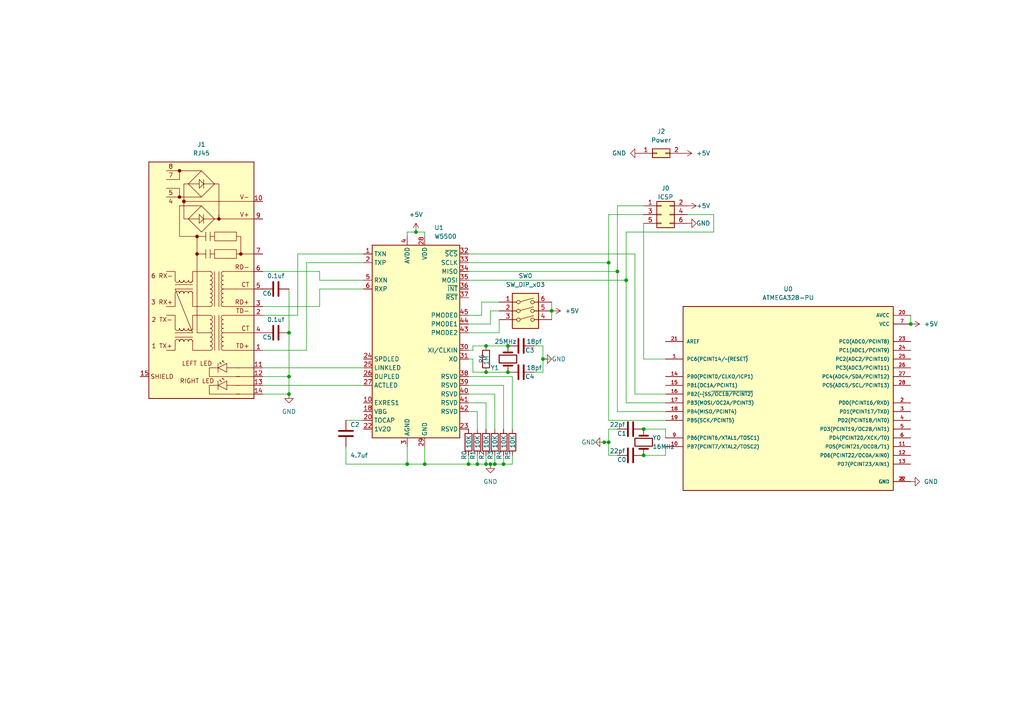
<source format=kicad_sch>
(kicad_sch (version 20211123) (generator eeschema)
  (paper "A4")
  (title_block (title "WiznetDemo") (date "2023-02-04"))
  (lib_symbols
    (symbol "ATMEGA328-PU:ATMEGA328-PU" (pin_names (offset 1.016))
      (property "Reference" "U" (at -30.48 26.289 0))
      (property "Value" "ATMEGA328-PU" (at -30.48 -30.48 0))
      (symbol "ATMEGA328-PU_0_0"
        (rectangle (start -30.48 -27.94) (end 30.48 25.4) (stroke (width 0.254)) (fill (type background)))
        (pin bidirectional line (at -35.56 10.16 0) (length 5.08) (name "PC6(PCINT14/~{RESET~{)}") (number "1"))
        (pin bidirectional line (at -35.56 -15.24 0) (length 5.08) (name "PB7(PCINT7/XTAL2/TOSC2)") (number "10"))
        (pin bidirectional line (at 35.56 -15.24 180) (length 5.08) (name "PD5(PCINT21/OC0B/T1)") (number "11"))
        (pin bidirectional line (at 35.56 -17.78 180) (length 5.08) (name "PD6(PCINT22/OC0A/AIN0)") (number "12"))
        (pin bidirectional line (at 35.56 -20.32 180) (length 5.08) (name "PD7(PCINT23/AIN1)") (number "13"))
        (pin bidirectional line (at -35.56 5.08 0) (length 5.08) (name "PB0(PCINT0/CLKO/ICP1)") (number "14"))
        (pin bidirectional line (at -35.56 2.54 0) (length 5.08) (name "PB1(OC1A/PCINT1)") (number "15"))
        (pin bidirectional line (at -35.56 0 0) (length 5.08) (name "PB2(~{SS~{/OC1B/PCINT2)}") (number "16"))
        (pin bidirectional line (at -35.56 -2.54 0) (length 5.08) (name "PB3(MOSI/OC2A/PCINT3)") (number "17"))
        (pin bidirectional line (at -35.56 -5.08 0) (length 5.08) (name "PB4(MISO/PCINT4)") (number "18"))
        (pin bidirectional line (at -35.56 -7.62 0) (length 5.08) (name "PB5(SCK/PCINT5)") (number "19"))
        (pin bidirectional line (at 35.56 -2.54 180) (length 5.08) (name "PD0(PCINT16/RXD)") (number "2"))
        (pin power_in line (at 35.56 22.86 180) (length 5.08) (name "AVCC") (number "20"))
        (pin input line (at -35.56 15.24 0) (length 5.08) (name "AREF") (number "21"))
        (pin power_in line (at 35.56 -25.4 180) (length 5.08) (name "GND") (number "22"))
        (pin bidirectional line (at 35.56 15.24 180) (length 5.08) (name "PC0(ADC0/PCINT8)") (number "23"))
        (pin bidirectional line (at 35.56 12.7 180) (length 5.08) (name "PC1(ADC1/PCINT9)") (number "24"))
        (pin bidirectional line (at 35.56 10.16 180) (length 5.08) (name "PC2(ADC2/PCINT10)") (number "25"))
        (pin bidirectional line (at 35.56 7.62 180) (length 5.08) (name "PC3(ADC3/PCINT11)") (number "26"))
        (pin bidirectional line (at 35.56 5.08 180) (length 5.08) (name "PC4(ADC4/SDA/PCINT12)") (number "27"))
        (pin bidirectional line (at 35.56 2.54 180) (length 5.08) (name "PC5(ADC5/SCL/PCINT13)") (number "28"))
        (pin bidirectional line (at 35.56 -5.08 180) (length 5.08) (name "PD1(PCINT17/TXD)") (number "3"))
        (pin bidirectional line (at 35.56 -7.62 180) (length 5.08) (name "PD2(PCINT18/INT0)") (number "4"))
        (pin bidirectional line (at 35.56 -10.16 180) (length 5.08) (name "PD3(PCINT19/OC2B/INT1)") (number "5"))
        (pin bidirectional line (at 35.56 -12.7 180) (length 5.08) (name "PD4(PCINT20/XCK/T0)") (number "6"))
        (pin power_in line (at 35.56 20.32 180) (length 5.08) (name "VCC") (number "7"))
        (pin power_in line (at 35.56 -25.4 180) (length 5.08) (name "GND") (number "8"))
        (pin bidirectional line (at -35.56 -12.7 0) (length 5.08) (name "PB6(PCINT6/XTAL1/TOSC1)") (number "9"))
      )
    )
    (symbol "Connector:RJ45_Abracon_ARJP11A-MASA-B-A-EMU2" (pin_names (offset 1.016) hide)
      (property "Reference" "J" (at 0 -38.1 0))
      (property "Value" "RJ45_Abracon_ARJP11A-MASA-B-A-EMU2" (at 0 -35.56 0))
      (symbol "RJ45_Abracon_ARJP11A-MASA-B-A-EMU2_0_0"
        (rectangle (start -15.24 -34.29) (end 15.24 34.29) (stroke (width 0.254)) (fill (type background)))
        (rectangle (start -3.81 8.89) (end -10.16 6.35))
        (polyline (pts (xy -15.24 -33.02) (xy -10.16 -33.02)))
        (polyline (pts (xy -15.24 -30.48) (xy -10.16 -30.48)))
        (polyline (pts (xy -15.24 -27.94) (xy -10.16 -27.94)))
        (polyline (pts (xy -15.24 -25.4) (xy -10.16 -25.4)))
        (polyline (pts (xy -15.24 -20.32) (xy -10.16 -20.32)))
        (polyline (pts (xy -15.24 -15.24) (xy -10.16 -15.24)))
        (polyline (pts (xy -15.24 -10.16) (xy -10.16 -10.16)))
        (polyline (pts (xy -15.24 -7.62) (xy -10.16 -7.62)))
        (polyline (pts (xy -15.24 -2.54) (xy -10.16 -2.54)))
        (polyline (pts (xy -15.24 2.54) (xy -10.16 2.54)))
        (polyline (pts (xy -15.24 22.86) (xy 5.08 22.86)))
        (polyline (pts (xy -11.43 7.62) (xy -15.24 7.62)))
        (polyline (pts (xy -11.176 -25.4) (xy -7.366 -25.4)))
        (polyline (pts (xy -10.16 7.62) (xy -11.43 7.62)))
        (polyline (pts (xy -5.08 17.78) (xy -15.24 17.78)))
        (polyline (pts (xy -5.08 17.78) (xy -3.81 17.78)))
        (polyline (pts (xy -5.08 19.05) (xy -5.08 17.78)))
        (polyline (pts (xy -3.81 7.62) (xy -2.54 7.62)))
        (polyline (pts (xy -3.81 12.7) (xy -2.54 12.7)))
        (polyline (pts (xy -2.54 8.89) (xy -2.54 6.35)))
        (polyline (pts (xy -1.27 8.89) (xy -1.27 6.35)))
        (polyline (pts (xy -1.27 13.97) (xy -1.27 11.43)))
        (polyline (pts (xy 0 21.59) (xy 6.35 21.59)))
        (polyline (pts (xy 0 24.13) (xy 10.16 24.13)))
        (polyline (pts (xy 0 31.75) (xy 10.16 31.75)))
        (polyline (pts (xy 1.27 10.16) (xy 1.27 12.7)))
        (polyline (pts (xy -10.16 12.7) (xy -11.43 12.7) (xy -11.43 7.62)))
        (polyline (pts (xy -3.81 27.94) (xy -5.08 27.94) (xy -5.08 17.78)))
        (polyline (pts (xy -1.27 12.7) (xy 0 12.7) (xy 1.27 12.7)))
        (polyline (pts (xy 1.27 12.7) (xy 6.35 12.7) (xy 6.35 21.59)))
        (polyline (pts (xy 6.35 24.13) (xy 6.35 26.67) (xy 10.16 26.67)))
        (polyline (pts (xy 6.35 31.75) (xy 6.35 29.21) (xy 10.16 29.21)))
        (polyline (pts (xy -4.826 -25.4) (xy -2.286 -25.4) (xy -2.286 -27.94) (xy -11.176 -27.94)))
        (polyline (pts (xy -2.54 -15.24) (xy -1.27 -15.24) (xy 1.27 -15.24) (xy 1.27 10.16)))
        (polyline (pts (xy 3.81 17.78) (xy 5.08 17.78) (xy 5.08 27.94) (xy 3.81 27.94)))
        (polyline (pts (xy -3.81 17.78) (xy 0 13.97) (xy 3.81 17.78) (xy 0 21.59) (xy -3.81 17.78)))
        (circle (center 1.27 7.62) (radius 0.0001) (stroke (width 0.508)))
        (text "1 TX+" (at 11.43 -19.05 0) (effects (font (size 1.27 1.27))))
        (text "2 TX-" (at 11.43 -11.43 0) (effects (font (size 1.27 1.27))))
        (text "3 RX+" (at 11.43 -6.35 0) (effects (font (size 1.27 1.27))))
        (text "4" (at 8.89 22.86 0) (effects (font (size 1.27 1.27))))
        (text "5" (at 8.89 25.4 0) (effects (font (size 1.27 1.27))))
        (text "6 RX-" (at 11.43 1.27 0) (effects (font (size 1.27 1.27))))
        (text "7" (at 8.89 30.48 0) (effects (font (size 1.27 1.27))))
        (text "8" (at 8.89 33.02 0) (effects (font (size 1.27 1.27))))
        (text "CT" (at -13.97 -1.27 0) (effects (font (size 1.27 1.27)) (justify left)))
        (text "LEFT LED" (at 1.27 -24.13 0) (effects (font (size 1.27 1.27))))
        (text "RD-" (at -13.97 3.81 0) (effects (font (size 1.27 1.27)) (justify left)))
        (text "SHIELD" (at 11.43 -27.94 0) (effects (font (size 1.27 1.27))))
        (text "V+" (at -13.97 19.05 0) (effects (font (size 1.27 1.27)) (justify left)))
        (text "V-" (at -13.97 24.13 0) (effects (font (size 1.27 1.27)) (justify left)))
      )
      (symbol "RJ45_Abracon_ARJP11A-MASA-B-A-EMU2_0_1"
        (arc (start -6.35 -16.51) (mid -5.715 -15.875) (end -6.35 -15.24))
        (arc (start -6.35 -15.24) (mid -5.715 -14.605) (end -6.35 -13.97))
        (arc (start -6.35 -13.97) (mid -6.35 -16.51) (end -6.35 -13.97))
        (arc (start -6.35 -11.43) (mid -5.715 -10.795) (end -6.35 -10.16))
        (polyline (pts (xy -6.35 -20.32) (xy -10.16 -20.32)))
        (polyline (pts (xy -6.35 -15.24) (xy -10.16 -15.24)))
        (polyline (pts (xy -6.35 -10.16) (xy -10.16 -10.16)))
        (polyline (pts (xy -6.35 -7.62) (xy -10.16 -7.62)))
        (polyline (pts (xy -6.35 -2.54) (xy -10.16 -2.54)))
        (polyline (pts (xy -6.35 2.54) (xy -10.16 2.54)))
        (polyline (pts (xy -6.096 -28.448) (xy -6.35 -28.448)))
        (polyline (pts (xy -5.334 -28.956) (xy -5.588 -28.956)))
        (polyline (pts (xy -4.826 -24.13) (xy -4.826 -26.67)))
        (polyline (pts (xy -1.27 7.62) (xy 1.27 7.62)))
        (polyline (pts (xy -0.635 17.78) (xy -3.81 17.78)))
        (polyline (pts (xy -0.635 19.05) (xy -0.635 16.51)))
        (polyline (pts (xy 0.635 17.78) (xy 3.81 17.78)))
        (polyline (pts (xy -6.604 -28.956) (xy -6.096 -28.448) (xy -6.096 -28.702)))
        (polyline (pts (xy -5.842 -29.464) (xy -5.334 -28.956) (xy -5.334 -29.21)))
        (polyline (pts (xy -7.366 -24.13) (xy -7.366 -26.67) (xy -4.826 -25.4) (xy -7.366 -24.13)))
        (polyline (pts (xy 0.635 19.05) (xy 0.635 16.51) (xy -0.635 17.78) (xy 0.635 19.05)))
      )
      (symbol "RJ45_Abracon_ARJP11A-MASA-B-A-EMU2_1_1"
        (circle (center -11.43 7.62) (radius 0.0001) (stroke (width 0.508)))
        (arc (start -6.35 -20.32) (mid -5.715 -19.685) (end -6.35 -19.05))
        (arc (start -6.35 -19.05) (mid -5.715 -18.415) (end -6.35 -17.78))
        (arc (start -6.35 -17.78) (mid -6.35 -20.32) (end -6.35 -17.78))
        (arc (start -6.35 -17.78) (mid -5.715 -17.145) (end -6.35 -16.51))
        (arc (start -6.35 -13.97) (mid -5.715 -13.335) (end -6.35 -12.7))
        (arc (start -6.35 -12.7) (mid -5.715 -12.065) (end -6.35 -11.43))
        (arc (start -6.35 -7.62) (mid -5.715 -6.985) (end -6.35 -6.35))
        (arc (start -6.35 -6.35) (mid -5.715 -5.715) (end -6.35 -5.08))
        (arc (start -6.35 -5.08) (mid -6.35 -7.62) (end -6.35 -5.08))
        (arc (start -6.35 -5.08) (mid -5.715 -4.445) (end -6.35 -3.81))
        (arc (start -6.35 -3.81) (mid -6.35 -6.35) (end -6.35 -3.81))
        (arc (start -6.35 -3.81) (mid -5.715 -3.175) (end -6.35 -2.54))
        (arc (start -6.35 -2.54) (mid -5.715 -1.905) (end -6.35 -1.27))
        (arc (start -6.35 -1.27) (mid -5.715 -0.635) (end -6.35 0))
        (arc (start -6.35 0) (mid -5.715 0.635) (end -6.35 1.27))
        (arc (start -6.35 1.27) (mid -6.35 -1.27) (end -6.35 1.27))
        (arc (start -6.35 1.27) (mid -5.715 1.905) (end -6.35 2.54))
        (circle (center -5.08 17.78) (radius 0.0001) (stroke (width 0.508)))
        (rectangle (start -3.81 13.97) (end -10.16 11.43))
        (arc (start -2.54 -19.05) (mid -3.175 -19.685) (end -2.54 -20.32))
        (arc (start -2.54 -19.05) (mid -2.54 -16.51) (end -2.54 -19.05))
        (arc (start -2.54 -17.78) (mid -3.175 -18.415) (end -2.54 -19.05))
        (arc (start -2.54 -16.51) (mid -3.175 -17.145) (end -2.54 -17.78))
        (arc (start -2.54 -15.24) (mid -3.175 -15.875) (end -2.54 -16.51))
        (arc (start -2.54 -15.24) (mid -2.54 -12.7) (end -2.54 -15.24))
        (arc (start -2.54 -13.97) (mid -3.175 -14.605) (end -2.54 -15.24))
        (arc (start -2.54 -12.7) (mid -3.175 -13.335) (end -2.54 -13.97))
        (arc (start -2.54 -11.43) (mid -3.175 -12.065) (end -2.54 -12.7))
        (arc (start -2.54 -10.16) (mid -3.175 -10.795) (end -2.54 -11.43))
        (arc (start -2.54 -6.35) (mid -3.175 -6.985) (end -2.54 -7.62))
        (arc (start -2.54 -6.35) (mid -2.54 -3.81) (end -2.54 -6.35))
        (arc (start -2.54 -5.08) (mid -3.175 -5.715) (end -2.54 -6.35))
        (arc (start -2.54 -3.81) (mid -3.175 -4.445) (end -2.54 -5.08))
        (arc (start -2.54 -3.81) (mid -2.54 -1.27) (end -2.54 -3.81))
        (arc (start -2.54 -2.54) (mid -3.175 -3.175) (end -2.54 -3.81))
        (arc (start -2.54 -1.27) (mid -3.175 -1.905) (end -2.54 -2.54))
        (arc (start -2.54 0) (mid -3.175 -0.635) (end -2.54 -1.27))
        (arc (start -2.54 0) (mid -2.54 2.54) (end -2.54 0))
        (arc (start -2.54 1.27) (mid -3.175 0.635) (end -2.54 0))
        (arc (start -2.54 2.54) (mid -3.175 1.905) (end -2.54 1.27))
        (polyline (pts (xy -11.176 -30.48) (xy -7.366 -30.48)))
        (polyline (pts (xy -6.096 -23.368) (xy -6.35 -23.368)))
        (polyline (pts (xy -5.334 -23.876) (xy -5.588 -23.876)))
        (polyline (pts (xy -5.08 -10.16) (xy -5.08 -20.32)))
        (polyline (pts (xy -5.08 2.54) (xy -5.08 -7.62)))
        (polyline (pts (xy -4.826 -29.21) (xy -4.826 -31.75)))
        (polyline (pts (xy -3.81 -20.32) (xy -3.81 -10.16)))
        (polyline (pts (xy -3.81 -7.62) (xy -3.81 2.54)))
        (polyline (pts (xy -2.54 13.97) (xy -2.54 11.43)))
        (polyline (pts (xy -0.635 27.94) (xy -3.81 27.94)))
        (polyline (pts (xy -0.635 29.21) (xy -0.635 26.67)))
        (polyline (pts (xy 0.635 27.94) (xy 3.81 27.94)))
        (polyline (pts (xy 2.54 -16.51) (xy 7.62 -16.51)))
        (polyline (pts (xy 2.54 -15.24) (xy 7.62 -2.54)))
        (polyline (pts (xy 2.54 -2.54) (xy 7.62 -2.54)))
        (polyline (pts (xy 7.62 -15.24) (xy 2.54 -15.24)))
        (polyline (pts (xy 7.62 -1.27) (xy 2.54 -1.27)))
        (polyline (pts (xy -6.604 -23.876) (xy -6.096 -23.368) (xy -6.096 -23.622)))
        (polyline (pts (xy -5.842 -24.384) (xy -5.334 -23.876) (xy -5.334 -24.13)))
        (polyline (pts (xy -2.54 -10.16) (xy 2.54 -10.16) (xy 2.54 -13.97)))
        (polyline (pts (xy -2.54 -7.62) (xy 2.54 -7.62) (xy 2.54 -3.81)))
        (polyline (pts (xy -2.54 2.54) (xy 2.54 2.54) (xy 2.54 0)))
        (polyline (pts (xy 2.54 -17.78) (xy 2.54 -20.32) (xy -2.54 -20.32)))
        (polyline (pts (xy 7.62 -17.78) (xy 7.62 -20.32) (xy 10.16 -20.32)))
        (polyline (pts (xy 7.62 -13.97) (xy 7.62 -10.16) (xy 10.16 -10.16)))
        (polyline (pts (xy 7.62 -3.81) (xy 7.62 -7.62) (xy 10.16 -7.62)))
        (polyline (pts (xy 7.62 0) (xy 7.62 2.54) (xy 10.16 2.54)))
        (polyline (pts (xy -7.366 -29.21) (xy -7.366 -31.75) (xy -4.826 -30.48) (xy -7.366 -29.21)))
        (polyline (pts (xy -4.826 -30.48) (xy -2.286 -30.48) (xy -2.286 -33.02) (xy -11.176 -33.02)))
        (polyline (pts (xy 0.635 29.21) (xy 0.635 26.67) (xy -0.635 27.94) (xy 0.635 29.21)))
        (polyline (pts (xy -3.81 27.94) (xy 0 24.13) (xy 3.81 27.94) (xy 0 31.75) (xy -3.81 27.94)))
        (circle (center 1.27 12.7) (radius 0.0001) (stroke (width 0.508)))
        (arc (start 2.54 -17.78) (mid 5.08 -17.78) (end 2.54 -17.78))
        (arc (start 2.54 -13.97) (mid 3.175 -14.605) (end 3.81 -13.97))
        (arc (start 2.54 -13.97) (mid 3.175 -14.605) (end 3.81 -13.97))
        (arc (start 2.54 -3.81) (mid 5.08 -3.81) (end 2.54 -3.81))
        (arc (start 2.54 0) (mid 3.175 -0.635) (end 3.81 0))
        (arc (start 2.54 0) (mid 3.175 -0.635) (end 3.81 0))
        (arc (start 3.81 -17.78) (mid 3.175 -17.145) (end 2.54 -17.78))
        (arc (start 3.81 -17.78) (mid 3.175 -17.145) (end 2.54 -17.78))
        (arc (start 3.81 -13.97) (mid 1.27 -13.97) (end 3.81 -13.97))
        (arc (start 3.81 -13.97) (mid 4.445 -14.605) (end 5.08 -13.97))
        (arc (start 3.81 -3.81) (mid 3.175 -3.175) (end 2.54 -3.81))
        (arc (start 3.81 -3.81) (mid 3.175 -3.175) (end 2.54 -3.81))
        (arc (start 3.81 0) (mid 1.27 0) (end 3.81 0))
        (arc (start 3.81 0) (mid 4.445 -0.635) (end 5.08 0))
        (arc (start 5.08 -17.78) (mid 4.445 -17.145) (end 3.81 -17.78))
        (arc (start 5.08 -17.78) (mid 7.62 -17.78) (end 5.08 -17.78))
        (arc (start 5.08 -13.97) (mid 5.715 -14.605) (end 6.35 -13.97))
        (arc (start 5.08 -13.97) (mid 5.715 -14.605) (end 6.35 -13.97))
        (arc (start 5.08 -3.81) (mid 4.445 -3.175) (end 3.81 -3.81))
        (arc (start 5.08 -3.81) (mid 7.62 -3.81) (end 5.08 -3.81))
        (arc (start 5.08 0) (mid 5.715 -0.635) (end 6.35 0))
        (arc (start 5.08 0) (mid 5.715 -0.635) (end 6.35 0))
        (circle (center 5.08 22.86) (radius 0.0001) (stroke (width 0.508)))
        (circle (center 5.08 22.86) (radius 0.0001) (stroke (width 0.508)))
        (arc (start 6.35 -17.78) (mid 5.715 -17.145) (end 5.08 -17.78))
        (arc (start 6.35 -17.78) (mid 5.715 -17.145) (end 5.08 -17.78))
        (arc (start 6.35 -13.97) (mid 3.81 -13.97) (end 6.35 -13.97))
        (arc (start 6.35 -13.97) (mid 6.985 -14.605) (end 7.62 -13.97))
        (arc (start 6.35 -3.81) (mid 5.715 -3.175) (end 5.08 -3.81))
        (arc (start 6.35 -3.81) (mid 5.715 -3.175) (end 5.08 -3.81))
        (arc (start 6.35 0) (mid 3.81 0) (end 6.35 0))
        (arc (start 6.35 0) (mid 6.985 -0.635) (end 7.62 0))
        (circle (center 6.35 24.13) (radius 0.0001) (stroke (width 0.508)))
        (circle (center 6.35 31.75) (radius 0.0001) (stroke (width 0.508)))
        (arc (start 7.62 -17.78) (mid 6.985 -17.145) (end 6.35 -17.78))
        (arc (start 7.62 -3.81) (mid 6.985 -3.175) (end 6.35 -3.81))
        (text "CT" (at -13.97 -13.97 0) (effects (font (size 1.27 1.27)) (justify left)))
        (text "RD+" (at -13.97 -6.35 0) (effects (font (size 1.27 1.27)) (justify left)))
        (text "RIGHT LED" (at 1.27 -29.21 0) (effects (font (size 1.27 1.27))))
        (text "TD+" (at -13.97 -19.05 0) (effects (font (size 1.27 1.27)) (justify left)))
        (text "TD-" (at -13.97 -8.89 0) (effects (font (size 1.27 1.27)) (justify left)))
        (pin passive line (at -17.78 -20.32 0) (length 2.54) (name "TD+") (number "1"))
        (pin power_out line (at -17.78 22.86 0) (length 2.54) (name "V-") (number "10"))
        (pin passive line (at -17.78 -25.4 0) (length 2.54) (name "LLED+") (number "11"))
        (pin passive line (at -17.78 -27.94 0) (length 2.54) (name "LLED-") (number "12"))
        (pin passive line (at -17.78 -30.48 0) (length 2.54) (name "RLED+") (number "13"))
        (pin passive line (at -17.78 -33.02 0) (length 2.54) (name "RLED-") (number "14"))
        (pin passive line (at 17.78 -27.94 180) (length 2.54) (name "SHIELD") (number "15"))
        (pin passive line (at -17.78 -10.16 0) (length 2.54) (name "TD-") (number "2"))
        (pin passive line (at -17.78 -7.62 0) (length 2.54) (name "RD+") (number "3"))
        (pin passive line (at -17.78 -15.24 0) (length 2.54) (name "CT") (number "4"))
        (pin passive line (at -17.78 -2.54 0) (length 2.54) (name "CT") (number "5"))
        (pin passive line (at -17.78 2.54 0) (length 2.54) (name "RD-") (number "6"))
        (pin passive line (at -17.78 7.62 0) (length 2.54) (name "7") (number "7"))
        (pin power_out line (at -17.78 17.78 0) (length 2.54) (name "V+") (number "9"))
      )
    )
    (symbol "Connector_Generic:Conn_02x01" (pin_names (offset 1.016) hide)
      (property "Reference" "J" (at 1.27 2.54 0))
      (property "Value" "Conn_02x01" (at 1.27 -2.54 0))
      (symbol "Conn_02x01_1_1"
        (rectangle (start -1.27 0.127) (end 0 -0.127) (stroke (width 0.1524)))
        (rectangle (start -1.27 1.27) (end 3.81 -1.27) (stroke (width 0.254)) (fill (type background)))
        (rectangle (start 3.81 0.127) (end 2.54 -0.127) (stroke (width 0.1524)))
        (pin passive line (at -5.08 0 0) (length 3.81) (name "Pin_1") (number "1"))
        (pin passive line (at 7.62 0 180) (length 3.81) (name "Pin_2") (number "2"))
      )
    )
    (symbol "Connector_Generic:Conn_02x03_Odd_Even" (pin_names (offset 1.016) hide)
      (property "Reference" "J" (at 1.27 5.08 0))
      (property "Value" "Conn_02x03_Odd_Even" (at 1.27 -5.08 0))
      (symbol "Conn_02x03_Odd_Even_1_1"
        (rectangle (start -1.27 -2.413) (end 0 -2.667) (stroke (width 0.1524)))
        (rectangle (start -1.27 0.127) (end 0 -0.127) (stroke (width 0.1524)))
        (rectangle (start -1.27 2.667) (end 0 2.413) (stroke (width 0.1524)))
        (rectangle (start -1.27 3.81) (end 3.81 -3.81) (stroke (width 0.254)) (fill (type background)))
        (rectangle (start 3.81 -2.413) (end 2.54 -2.667) (stroke (width 0.1524)))
        (rectangle (start 3.81 0.127) (end 2.54 -0.127) (stroke (width 0.1524)))
        (rectangle (start 3.81 2.667) (end 2.54 2.413) (stroke (width 0.1524)))
        (pin passive line (at -5.08 2.54 0) (length 3.81) (name "Pin_1") (number "1"))
        (pin passive line (at 7.62 2.54 180) (length 3.81) (name "Pin_2") (number "2"))
        (pin passive line (at -5.08 0 0) (length 3.81) (name "Pin_3") (number "3"))
        (pin passive line (at 7.62 0 180) (length 3.81) (name "Pin_4") (number "4"))
        (pin passive line (at -5.08 -2.54 0) (length 3.81) (name "Pin_5") (number "5"))
        (pin passive line (at 7.62 -2.54 180) (length 3.81) (name "Pin_6") (number "6"))
      )
    )
    (symbol "Device:C" (pin_numbers hide) (pin_names (offset 0.254))
      (property "Reference" "C" (at 0.635 2.54 0))
      (property "Value" "C" (at 0.635 -2.54 0))
      (symbol "C_0_1"
        (polyline (pts (xy -2.032 -0.762) (xy 2.032 -0.762)) (stroke (width 0.508)))
        (polyline (pts (xy -2.032 0.762) (xy 2.032 0.762)) (stroke (width 0.508)))
      )
      (symbol "C_1_1"
        (pin passive line (at 0 3.81 270) (length 2.794) (name "~") (number "1"))
        (pin passive line (at 0 -3.81 90) (length 2.794) (name "~") (number "2"))
      )
    )
    (symbol "Device:Crystal" (pin_numbers hide) (pin_names (offset 1.016) hide)
      (property "Reference" "Y" (at 0 3.81 0))
      (property "Value" "Crystal" (at 0 -3.81 0))
      (symbol "Crystal_0_1"
        (rectangle (start -1.143 2.54) (end 1.143 -2.54) (stroke (width 0.3048)))
        (polyline (pts (xy -2.54 0) (xy -1.905 0)))
        (polyline (pts (xy -1.905 -1.27) (xy -1.905 1.27)) (stroke (width 0.508)))
        (polyline (pts (xy 1.905 -1.27) (xy 1.905 1.27)) (stroke (width 0.508)))
        (polyline (pts (xy 2.54 0) (xy 1.905 0)))
      )
      (symbol "Crystal_1_1"
        (pin passive line (at -3.81 0 0) (length 1.27) (name "1") (number "1"))
        (pin passive line (at 3.81 0 180) (length 1.27) (name "2") (number "2"))
      )
    )
    (symbol "Device:R" (pin_numbers hide) (pin_names (offset 0))
      (property "Reference" "R" (at 2.032 0 90))
      (property "Value" "R" (at 0 0 90))
      (symbol "R_0_1"
        (rectangle (start -1.016 -2.54) (end 1.016 2.54) (stroke (width 0.254)))
      )
      (symbol "R_1_1"
        (pin passive line (at 0 3.81 270) (length 1.27) (name "~") (number "1"))
        (pin passive line (at 0 -3.81 90) (length 1.27) (name "~") (number "2"))
      )
    )
    (symbol "Interface_Ethernet:W5500"
      (property "Reference" "U" (at -11.43 29.21 0))
      (property "Value" "W5500" (at 8.89 29.21 0))
      (symbol "W5500_0_1"
        (rectangle (start -12.7 27.94) (end 12.7 -27.94) (stroke (width 0.254)) (fill (type background)))
      )
      (symbol "W5500_1_1"
        (pin output line (at 15.24 25.4 180) (length 2.54) (name "TXN") (number "1"))
        (pin passive line (at 15.24 -17.78 180) (length 2.54) (name "EXRES1") (number "10"))
        (pin passive line (at 2.54 30.48 270) (length 2.54) hide (name "AVDD") (number "11"))
        (pin no_connect line (at 12.7 7.62 180) (length 2.54) hide (name "NC") (number "12"))
        (pin no_connect line (at 12.7 5.08 180) (length 2.54) hide (name "NC") (number "13"))
        (pin passive line (at 2.54 -30.48 90) (length 2.54) hide (name "AGND") (number "14"))
        (pin passive line (at 2.54 30.48 270) (length 2.54) hide (name "AVDD") (number "15"))
        (pin passive line (at 2.54 -30.48 90) (length 2.54) hide (name "AGND") (number "16"))
        (pin passive line (at 2.54 30.48 270) (length 2.54) hide (name "AVDD") (number "17"))
        (pin passive line (at 15.24 -20.32 180) (length 2.54) (name "VBG") (number "18"))
        (pin passive line (at 2.54 -30.48 90) (length 2.54) hide (name "AGND") (number "19"))
        (pin output line (at 15.24 22.86 180) (length 2.54) (name "TXP") (number "2"))
        (pin passive line (at 15.24 -22.86 180) (length 2.54) (name "TOCAP") (number "20"))
        (pin passive line (at 2.54 30.48 270) (length 2.54) hide (name "AVDD") (number "21"))
        (pin output line (at 15.24 -25.4 180) (length 2.54) (name "1V2O") (number "22"))
        (pin input line (at -15.24 -25.4 0) (length 2.54) (name "RSVD") (number "23"))
        (pin output line (at 15.24 -5.08 180) (length 2.54) (name "SPDLED") (number "24"))
        (pin output line (at 15.24 -7.62 180) (length 2.54) (name "LINKLED") (number "25"))
        (pin output line (at 15.24 -10.16 180) (length 2.54) (name "DUPLED") (number "26"))
        (pin output line (at 15.24 -12.7 180) (length 2.54) (name "ACTLED") (number "27"))
        (pin power_in line (at -2.54 30.48 270) (length 2.54) (name "VDD") (number "28"))
        (pin power_in line (at -2.54 -30.48 90) (length 2.54) (name "GND") (number "29"))
        (pin power_in line (at 2.54 -30.48 90) (length 2.54) (name "AGND") (number "3"))
        (pin input line (at -15.24 -2.54 0) (length 2.54) (name "XI/CLKIN") (number "30"))
        (pin output line (at -15.24 -5.08 0) (length 2.54) (name "XO") (number "31"))
        (pin input line (at -15.24 25.4 0) (length 2.54) (name "~{SCS}") (number "32"))
        (pin input line (at -15.24 22.86 0) (length 2.54) (name "SCLK") (number "33"))
        (pin output line (at -15.24 20.32 0) (length 2.54) (name "MISO") (number "34"))
        (pin input line (at -15.24 17.78 0) (length 2.54) (name "MOSI") (number "35"))
        (pin input line (at -15.24 15.24 0) (length 2.54) (name "~{INT}") (number "36"))
        (pin input line (at -15.24 12.7 0) (length 2.54) (name "~{RST}") (number "37"))
        (pin input line (at -15.24 -10.16 0) (length 2.54) (name "RSVD") (number "38"))
        (pin input line (at -15.24 -12.7 0) (length 2.54) (name "RSVD") (number "39"))
        (pin power_in line (at 2.54 30.48 270) (length 2.54) (name "AVDD") (number "4"))
        (pin input line (at -15.24 -15.24 0) (length 2.54) (name "RSVD") (number "40"))
        (pin input line (at -15.24 -17.78 0) (length 2.54) (name "RSVD") (number "41"))
        (pin input line (at -15.24 -20.32 0) (length 2.54) (name "RSVD") (number "42"))
        (pin input line (at -15.24 2.54 0) (length 2.54) (name "PMODE2") (number "43"))
        (pin input line (at -15.24 5.08 0) (length 2.54) (name "PMODE1") (number "44"))
        (pin input line (at -15.24 7.62 0) (length 2.54) (name "PMODE0") (number "45"))
        (pin no_connect line (at 12.7 2.54 180) (length 2.54) hide (name "NC") (number "46"))
        (pin no_connect line (at 12.7 0 180) (length 2.54) hide (name "NC") (number "47"))
        (pin passive line (at 2.54 -30.48 90) (length 2.54) hide (name "AGND") (number "48"))
        (pin input line (at 15.24 17.78 180) (length 2.54) (name "RXN") (number "5"))
        (pin input line (at 15.24 15.24 180) (length 2.54) (name "RXP") (number "6"))
        (pin no_connect line (at 12.7 10.16 180) (length 2.54) hide (name "DNC") (number "7"))
        (pin passive line (at 2.54 30.48 270) (length 2.54) hide (name "AVDD") (number "8"))
        (pin passive line (at 2.54 -30.48 90) (length 2.54) hide (name "AGND") (number "9"))
      )
    )
    (symbol "Switch:SW_DIP_x03" (pin_names (offset 0) hide)
      (property "Reference" "SW" (at 0 8.89 0))
      (property "Value" "SW_DIP_x03" (at 0 -3.81 0))
      (symbol "SW_DIP_x03_0_0"
        (circle (center -2.032 0) (radius 0.508))
        (circle (center -2.032 2.54) (radius 0.508))
        (circle (center -2.032 5.08) (radius 0.508))
        (polyline (pts (xy -1.524 0.127) (xy 2.3622 1.1684)))
        (polyline (pts (xy -1.524 2.667) (xy 2.3622 3.7084)))
        (polyline (pts (xy -1.524 5.207) (xy 2.3622 6.2484)))
        (circle (center 2.032 0) (radius 0.508))
        (circle (center 2.032 2.54) (radius 0.508))
        (circle (center 2.032 5.08) (radius 0.508))
      )
      (symbol "SW_DIP_x03_0_1"
        (rectangle (start -3.81 7.62) (end 3.81 -2.54) (stroke (width 0.254)) (fill (type background)))
      )
      (symbol "SW_DIP_x03_1_1"
        (pin passive line (at -7.62 5.08 0) (length 5.08) (name "~") (number "1"))
        (pin passive line (at -7.62 2.54 0) (length 5.08) (name "~") (number "2"))
        (pin passive line (at -7.62 0 0) (length 5.08) (name "~") (number "3"))
        (pin passive line (at 7.62 0 180) (length 5.08) (name "~") (number "4"))
        (pin passive line (at 7.62 2.54 180) (length 5.08) (name "~") (number "5"))
        (pin passive line (at 7.62 5.08 180) (length 5.08) (name "~") (number "6"))
      )
    )
    (symbol "power:+5V" (power) (pin_names (offset 0))
      (property "Value" "+5V" (at 0 3.556 0))
      (symbol "+5V_0_1"
        (polyline (pts (xy -0.762 1.27) (xy 0 2.54)))
        (polyline (pts (xy 0 0) (xy 0 2.54)))
        (polyline (pts (xy 0 2.54) (xy 0.762 1.27)))
      )
      (symbol "+5V_1_1"
        (pin power_in line (at 0 0 90) (length 0) hide (name "+5V") (number "1"))
      )
    )
    (symbol "power:GND" (power) (pin_names (offset 0))
      (property "Value" "GND" (at 0 -3.81 0))
      (symbol "GND_0_1"
        (polyline (pts (xy 0 0) (xy 0 -1.27) (xy 1.27 -1.27) (xy 0 -2.54) (xy -1.27 -1.27) (xy 0 -1.27)))
      )
      (symbol "GND_1_1"
        (pin power_in line (at 0 0 270) (length 0) hide (name "GND") (number "1"))
      )
    )
  )
  (junction (at 175.26 128.27))
  (junction (at 83.82 114.3))
  (junction (at 264.16 93.98))
  (junction (at 146.05 134.62))
  (junction (at 176.53 76.2))
  (junction (at 143.51 134.62))
  (junction (at 83.82 109.22))
  (junction (at 179.07 78.74))
  (junction (at 181.61 81.28))
  (junction (at 160.02 90.17))
  (junction (at 186.69 132.08))
  (junction (at 142.24 134.62))
  (junction (at 135.89 134.62))
  (junction (at 140.97 134.62))
  (junction (at 157.48 104.14))
  (junction (at 120.65 67.31))
  (junction (at 147.32 107.95))
  (junction (at 138.43 134.62))
  (junction (at 83.82 96.52))
  (junction (at 140.97 107.95))
  (junction (at 147.32 100.33))
  (junction (at 186.69 124.46))
  (junction (at 118.11 134.62))
  (junction (at 176.53 128.27))
  (junction (at 140.97 100.33))
  (junction (at 123.19 134.62))
  (wire (pts (xy 146.05 132.08) (xy 146.05 134.62)))
  (wire (pts (xy 100.33 129.54) (xy 100.33 134.62)))
  (wire (pts (xy 92.71 78.74) (xy 92.71 81.28)))
  (wire (pts (xy 186.69 59.69) (xy 179.07 59.69)))
  (wire (pts (xy 181.61 81.28) (xy 181.61 116.84)))
  (wire (pts (xy 76.2 106.68) (xy 105.41 106.68)))
  (wire (pts (xy 144.78 96.52) (xy 144.78 92.71)))
  (wire (pts (xy 157.48 100.33) (xy 154.94 100.33)))
  (wire (pts (xy 88.9 76.2) (xy 88.9 101.6)))
  (wire (pts (xy 142.24 90.17) (xy 144.78 90.17)))
  (wire (pts (xy 105.41 76.2) (xy 88.9 76.2)))
  (wire (pts (xy 179.07 59.69) (xy 179.07 78.74)))
  (wire (pts (xy 123.19 129.54) (xy 123.19 134.62)))
  (wire (pts (xy 139.7 87.63) (xy 144.78 87.63)))
  (wire (pts (xy 143.51 114.3) (xy 135.89 114.3)))
  (wire (pts (xy 135.89 96.52) (xy 144.78 96.52)))
  (wire (pts (xy 157.48 104.14) (xy 157.48 100.33)))
  (wire (pts (xy 140.97 124.46) (xy 140.97 116.84)))
  (wire (pts (xy 148.59 124.46) (xy 148.59 109.22)))
  (wire (pts (xy 118.11 68.58) (xy 118.11 67.31)))
  (wire (pts (xy 176.53 124.46) (xy 179.07 124.46)))
  (wire (pts (xy 83.82 96.52) (xy 83.82 109.22)))
  (wire (pts (xy 181.61 116.84) (xy 193.04 116.84)))
  (wire (pts (xy 140.97 100.33) (xy 147.32 100.33)))
  (wire (pts (xy 184.15 114.3) (xy 184.15 73.66)))
  (wire (pts (xy 160.02 87.63) (xy 160.02 90.17)))
  (wire (pts (xy 137.16 104.14) (xy 137.16 107.95)))
  (wire (pts (xy 76.2 91.44) (xy 86.36 91.44)))
  (wire (pts (xy 176.53 76.2) (xy 135.89 76.2)))
  (wire (pts (xy 86.36 73.66) (xy 105.41 73.66)))
  (wire (pts (xy 135.89 111.76) (xy 146.05 111.76)))
  (wire (pts (xy 118.11 134.62) (xy 123.19 134.62)))
  (wire (pts (xy 193.04 124.46) (xy 193.04 127)))
  (wire (pts (xy 76.2 88.9) (xy 92.71 88.9)))
  (wire (pts (xy 186.69 132.08) (xy 193.04 132.08)))
  (wire (pts (xy 137.16 101.6) (xy 135.89 101.6)))
  (wire (pts (xy 76.2 109.22) (xy 83.82 109.22)))
  (wire (pts (xy 193.04 119.38) (xy 179.07 119.38)))
  (wire (pts (xy 264.16 91.44) (xy 264.16 93.98)))
  (wire (pts (xy 193.04 114.3) (xy 184.15 114.3)))
  (wire (pts (xy 207.01 67.31) (xy 181.61 67.31)))
  (wire (pts (xy 135.89 91.44) (xy 139.7 91.44)))
  (wire (pts (xy 118.11 67.31) (xy 120.65 67.31)))
  (wire (pts (xy 137.16 107.95) (xy 140.97 107.95)))
  (wire (pts (xy 148.59 134.62) (xy 148.59 132.08)))
  (wire (pts (xy 175.26 128.27) (xy 172.72 128.27)))
  (wire (pts (xy 176.53 62.23) (xy 186.69 62.23)))
  (wire (pts (xy 100.33 121.92) (xy 105.41 121.92)))
  (wire (pts (xy 176.53 132.08) (xy 176.53 128.27)))
  (wire (pts (xy 138.43 119.38) (xy 135.89 119.38)))
  (wire (pts (xy 179.07 119.38) (xy 179.07 78.74)))
  (wire (pts (xy 140.97 116.84) (xy 135.89 116.84)))
  (wire (pts (xy 186.69 124.46) (xy 193.04 124.46)))
  (wire (pts (xy 139.7 91.44) (xy 139.7 87.63)))
  (wire (pts (xy 92.71 81.28) (xy 105.41 81.28)))
  (wire (pts (xy 83.82 83.82) (xy 83.82 96.52)))
  (wire (pts (xy 143.51 134.62) (xy 146.05 134.62)))
  (wire (pts (xy 142.24 93.98) (xy 142.24 90.17)))
  (wire (pts (xy 157.48 107.95) (xy 157.48 104.14)))
  (wire (pts (xy 123.19 134.62) (xy 135.89 134.62)))
  (wire (pts (xy 92.71 88.9) (xy 92.71 83.82)))
  (wire (pts (xy 135.89 81.28) (xy 181.61 81.28)))
  (wire (pts (xy 148.59 109.22) (xy 135.89 109.22)))
  (wire (pts (xy 76.2 111.76) (xy 105.41 111.76)))
  (wire (pts (xy 193.04 129.54) (xy 193.04 132.08)))
  (wire (pts (xy 176.53 76.2) (xy 176.53 62.23)))
  (wire (pts (xy 140.97 107.95) (xy 147.32 107.95)))
  (wire (pts (xy 186.69 104.14) (xy 186.69 64.77)))
  (wire (pts (xy 100.33 134.62) (xy 118.11 134.62)))
  (wire (pts (xy 176.53 128.27) (xy 176.53 124.46)))
  (wire (pts (xy 140.97 134.62) (xy 142.24 134.62)))
  (wire (pts (xy 137.16 104.14) (xy 135.89 104.14)))
  (wire (pts (xy 138.43 132.08) (xy 138.43 134.62)))
  (wire (pts (xy 123.19 68.58) (xy 123.19 67.31)))
  (wire (pts (xy 138.43 134.62) (xy 140.97 134.62)))
  (wire (pts (xy 86.36 91.44) (xy 86.36 73.66)))
  (wire (pts (xy 135.89 93.98) (xy 142.24 93.98)))
  (wire (pts (xy 135.89 134.62) (xy 138.43 134.62)))
  (wire (pts (xy 143.51 124.46) (xy 143.51 114.3)))
  (wire (pts (xy 184.15 73.66) (xy 135.89 73.66)))
  (wire (pts (xy 181.61 67.31) (xy 181.61 81.28)))
  (wire (pts (xy 76.2 78.74) (xy 92.71 78.74)))
  (wire (pts (xy 88.9 101.6) (xy 76.2 101.6)))
  (wire (pts (xy 137.16 100.33) (xy 137.16 101.6)))
  (wire (pts (xy 154.94 107.95) (xy 157.48 107.95)))
  (wire (pts (xy 138.43 124.46) (xy 138.43 119.38)))
  (wire (pts (xy 176.53 121.92) (xy 176.53 76.2)))
  (wire (pts (xy 207.01 62.23) (xy 207.01 67.31)))
  (wire (pts (xy 143.51 132.08) (xy 143.51 134.62)))
  (wire (pts (xy 142.24 134.62) (xy 143.51 134.62)))
  (wire (pts (xy 160.02 90.17) (xy 160.02 92.71)))
  (wire (pts (xy 83.82 114.3) (xy 76.2 114.3)))
  (wire (pts (xy 179.07 132.08) (xy 176.53 132.08)))
  (wire (pts (xy 193.04 104.14) (xy 186.69 104.14)))
  (wire (pts (xy 135.89 132.08) (xy 135.89 134.62)))
  (wire (pts (xy 176.53 128.27) (xy 175.26 128.27)))
  (wire (pts (xy 179.07 78.74) (xy 135.89 78.74)))
  (wire (pts (xy 120.65 67.31) (xy 123.19 67.31)))
  (wire (pts (xy 137.16 100.33) (xy 140.97 100.33)))
  (wire (pts (xy 92.71 83.82) (xy 105.41 83.82)))
  (wire (pts (xy 199.39 62.23) (xy 207.01 62.23)))
  (wire (pts (xy 83.82 109.22) (xy 83.82 114.3)))
  (wire (pts (xy 146.05 134.62) (xy 148.59 134.62)))
  (wire (pts (xy 193.04 121.92) (xy 176.53 121.92)))
  (wire (pts (xy 157.48 104.14) (xy 160.02 104.14)))
  (wire (pts (xy 146.05 111.76) (xy 146.05 124.46)))
  (wire (pts (xy 118.11 129.54) (xy 118.11 134.62)))
  (wire (pts (xy 140.97 132.08) (xy 140.97 134.62)))
  (symbol (lib_id "Device:Crystal") (at 186.69 128.27 90) (unit 1)
    (property "Reference" "Y0" (at 189.23 127 90) (effects (justify right)))
    (property "Value" "16MHz" (at 189.23 129.54 90) (effects (justify right)))
    (property "Footprint" "Crystal:Crystal_HC18-U_Vertical" (effects hide))
  )
  (symbol (lib_id "Device:C") (at 100.33 125.73 0) (unit 1)
    (property "Reference" "C2" (at 101.6 123.19 0) (effects (justify left)))
    (property "Value" "4.7uf" (at 101.6 132.08 0) (effects (justify left)))
    (property "Footprint" "12065A220JAT2A smd Capacitor:CAPC3216X94N" (effects hide))
  )
  (symbol (lib_id "power:+5V") (at 160.02 90.17 270) (unit 1)
    (property "Reference" "#PWR0109" (effects hide))
    (property "Value" "+5V" (at 163.83 90.1699 90) (effects (justify left)))
  )
  (symbol (lib_id "Connector_Generic:Conn_02x03_Odd_Even") (at 191.77 62.23 0) (unit 1)
    (property "Reference" "J0" (at 193.04 54.61 0))
    (property "Value" "ICSP" (at 193.04 57.15 0))
    (property "Footprint" "footprints:PinHeader_2x03_P2.54mm_Vertical" (effects hide))
  )
  (symbol (lib_id "power:GND") (at 185.42 44.45 270) (unit 1)
    (property "Reference" "#PWR0112" (effects hide))
    (property "Value" "GND" (at 181.61 44.4499 90) (effects (justify right)))
  )
  (symbol (lib_id "power:GND") (at 199.39 64.77 90) (unit 1)
    (property "Reference" "#PWR0103" (effects hide))
    (property "Value" "GND" (at 201.93 64.77 90) (effects (justify right)))
  )
  (symbol (lib_id "power:GND") (at 83.82 114.3 0) (unit 1)
    (property "Reference" "#PWR0107" (effects hide))
    (property "Value" "GND" (at 83.82 119.38 0))
  )
  (symbol (lib_id "Connector:RJ45_Abracon_ARJP11A-MASA-B-A-EMU2") (at 58.42 81.28 0) (mirror y) (unit 1)
    (property "Reference" "J1" (at 58.42 41.91 0))
    (property "Value" "RJ45" (at 58.42 44.45 0))
    (property "Footprint" "Connector_RJ:RJ45_Abracon_ARJP11A-MA_Horizontal" (effects hide))
    (property "Datasheet" "https://abracon.com/Magnetics/lan/ARJP11A.PDF" (effects hide))
  )
  (symbol (lib_id "Device:R") (at 148.59 128.27 0) (unit 1)
    (property "Reference" "R5" (at 147.32 133.35 90) (effects (justify left)))
    (property "Value" "10K" (at 148.6532 130.0897 90) (effects (justify left)))
    (property "Footprint" "Resistor_THT:R_Axial_DIN0204_L3.6mm_D1.6mm_P7.62mm_Horizontal" (effects hide))
  )
  (symbol (lib_id "Device:Crystal") (at 147.32 104.14 270) (mirror x) (unit 1)
    (property "Reference" "Y1" (at 144.78 106.68 90) (effects (justify right)))
    (property "Value" "25MHz" (at 149.86 99.06 90) (effects (justify right)))
    (property "Footprint" "Crystal:Crystal_HC18-U_Vertical" (effects hide))
  )
  (symbol (lib_id "power:GND") (at 142.24 134.62 0) (unit 1)
    (property "Reference" "#PWR0110" (effects hide))
    (property "Value" "GND" (at 142.24 139.7 0))
  )
  (symbol (lib_id "power:GND") (at 157.48 104.14 90) (mirror x) (unit 1)
    (property "Reference" "#PWR0108" (effects hide))
    (property "Value" "GND" (at 160.02 104.14 90) (effects (justify right)))
  )
  (symbol (lib_id "Device:C") (at 182.88 124.46 90) (unit 1)
    (property "Reference" "C1" (at 180.34 125.73 90))
    (property "Value" "22pf" (at 179.07 123.19 90))
    (property "Footprint" "12065A220JAT2A smd Capacitor:CAPC3216X94N" (effects hide))
  )
  (symbol (lib_id "Connector_Generic:Conn_02x01") (at 190.5 44.45 0) (unit 1)
    (property "Reference" "J2" (at 191.77 38.1 0))
    (property "Value" "Power" (at 191.77 40.64 0))
    (property "Footprint" "Connector_PinHeader_2.54mm:PinHeader_2x01_P2.54mm_Vertical" (effects hide))
  )
  (symbol (lib_id "Device:R") (at 135.89 128.27 0) (unit 1)
    (property "Reference" "R0" (at 134.62 133.35 90) (effects (justify left)))
    (property "Value" "10K" (at 135.9532 130.0897 90) (effects (justify left)))
    (property "Footprint" "Resistor_THT:R_Axial_DIN0204_L3.6mm_D1.6mm_P7.62mm_Horizontal" (effects hide))
  )
  (symbol (lib_id "power:GND") (at 264.16 139.7 90) (unit 1)
    (property "Reference" "#PWR0105" (effects hide))
    (property "Value" "GND" (at 267.97 139.6999 90) (effects (justify right)))
  )
  (symbol (lib_id "ATMEGA328-PU:ATMEGA328-PU") (at 228.6 114.3 0) (unit 1)
    (property "Reference" "U0" (at 228.6 83.82 0))
    (property "Value" "ATMEGA328-PU" (at 228.6 86.36 0))
    (property "Footprint" "Atmel328p:DIP787W46P254L3467H508Q28" (effects hide))
    (property "MANUFACTURER" "Microchip Technology" (effects hide))
    (property "PARTREV" "B" (effects hide))
    (property "STANDARD" "IPC 7351B" (effects hide))
    (property "MAXIMUM_PACKAGE_HEIGHT" "5.08 mm" (effects hide))
  )
  (symbol (lib_id "power:GND") (at 175.26 128.27 270) (unit 1)
    (property "Reference" "#PWR0101" (effects hide))
    (property "Value" "GND" (at 172.72 128.27 90) (effects (justify right)))
  )
  (symbol (lib_id "Device:R") (at 143.51 128.27 0) (unit 1)
    (property "Reference" "R3" (at 142.24 133.35 90) (effects (justify left)))
    (property "Value" "10K" (at 143.5732 130.0897 90) (effects (justify left)))
    (property "Footprint" "Resistor_THT:R_Axial_DIN0204_L3.6mm_D1.6mm_P7.62mm_Horizontal" (effects hide))
  )
  (symbol (lib_id "power:+5V") (at 198.12 44.45 270) (unit 1)
    (property "Reference" "#PWR0111" (effects hide))
    (property "Value" "+5V" (at 201.93 44.4499 90) (effects (justify left)))
  )
  (symbol (lib_id "Device:C") (at 182.88 132.08 90) (unit 1)
    (property "Reference" "C0" (at 180.34 133.35 90))
    (property "Value" "22pf" (at 179.07 130.81 90))
    (property "Footprint" "12065A220JAT2A smd Capacitor:CAPC3216X94N" (effects hide))
  )
  (symbol (lib_id "Device:C") (at 80.01 83.82 270) (unit 1)
    (property "Reference" "C6" (at 77.47 85.09 90))
    (property "Value" "0.1uf" (at 80.01 80.01 90))
    (property "Footprint" "12065A220JAT2A smd Capacitor:CAPC3216X94N" (effects hide))
  )
  (symbol (lib_id "Switch:SW_DIP_x03") (at 152.4 92.71 0) (unit 1)
    (property "Reference" "SW0" (at 152.4 80.01 0))
    (property "Value" "SW_DIP_x03" (at 152.4 82.55 0))
    (property "Footprint" "DipSwitch:SW_A6SN-3101" (effects hide))
  )
  (symbol (lib_id "Device:C") (at 151.13 100.33 270) (mirror x) (unit 1)
    (property "Reference" "C3" (at 153.67 101.6 90))
    (property "Value" "18pf" (at 154.94 99.06 90))
    (property "Footprint" "12065A220JAT2A smd Capacitor:CAPC3216X94N" (effects hide))
  )
  (symbol (lib_id "Device:C") (at 80.01 96.52 270) (mirror x) (unit 1)
    (property "Reference" "C5" (at 77.47 97.79 90))
    (property "Value" "0.1uf" (at 80.01 92.71 90))
    (property "Footprint" "12065A220JAT2A smd Capacitor:CAPC3216X94N" (effects hide))
  )
  (symbol (lib_id "Device:R") (at 138.43 128.27 0) (unit 1)
    (property "Reference" "R1" (at 137.16 133.35 90) (effects (justify left)))
    (property "Value" "10K" (at 138.4932 130.0897 90) (effects (justify left)))
    (property "Footprint" "Resistor_THT:R_Axial_DIN0204_L3.6mm_D1.6mm_P7.62mm_Horizontal" (effects hide))
  )
  (symbol (lib_id "power:+5V") (at 199.39 59.69 270) (unit 1)
    (property "Reference" "#PWR0102" (effects hide))
    (property "Value" "+5V" (at 201.93 59.69 90) (effects (justify left)))
  )
  (symbol (lib_id "Interface_Ethernet:W5500") (at 120.65 99.06 0) (mirror y) (unit 1)
    (property "Reference" "U1" (at 125.9587 66.04 0) (effects (justify right)))
    (property "Value" "W5500" (at 125.9587 68.58 0) (effects (justify right)))
    (property "Footprint" "Package_QFP:LQFP-48_7x7mm_P0.5mm" (effects hide))
    (property "Datasheet" "http://wizwiki.net/wiki/lib/exe/fetch.php/products:w5500:w5500_ds_v109e.pdf" (effects hide))
  )
  (symbol (lib_id "power:+5V") (at 120.65 67.31 0) (unit 1)
    (property "Reference" "#PWR0106" (effects hide))
    (property "Value" "+5V" (at 120.65 62.23 0))
  )
  (symbol (lib_id "Device:R") (at 140.97 128.27 0) (unit 1)
    (property "Reference" "R2" (at 139.7 133.35 90) (effects (justify left)))
    (property "Value" "10K" (at 141.0332 130.0897 90) (effects (justify left)))
    (property "Footprint" "Resistor_THT:R_Axial_DIN0204_L3.6mm_D1.6mm_P7.62mm_Horizontal" (effects hide))
  )
  (symbol (lib_id "Device:R") (at 146.05 128.27 0) (unit 1)
    (property "Reference" "R4" (at 144.78 133.35 90) (effects (justify left)))
    (property "Value" "10K" (at 146.1132 130.0897 90) (effects (justify left)))
    (property "Footprint" "Resistor_THT:R_Axial_DIN0204_L3.6mm_D1.6mm_P7.62mm_Horizontal" (effects hide))
  )
  (symbol (lib_id "Device:R") (at 140.97 104.14 0) (unit 1)
    (property "Reference" "R6" (at 139.7 105.41 90) (effects (justify left)))
    (property "Value" "1M" (at 141.0332 105.9597 90) (effects (justify left)))
    (property "Footprint" "Resistor_THT:R_Axial_DIN0204_L3.6mm_D1.6mm_P7.62mm_Horizontal" (effects hide))
  )
  (symbol (lib_id "power:+5V") (at 264.16 93.98 270) (unit 1)
    (property "Reference" "#PWR0104" (effects hide))
    (property "Value" "+5V" (at 267.97 93.9799 90) (effects (justify left)))
  )
  (symbol (lib_id "Device:C") (at 151.13 107.95 270) (mirror x) (unit 1)
    (property "Reference" "C4" (at 153.67 109.22 90))
    (property "Value" "18pf" (at 154.94 106.68 90))
    (property "Footprint" "12065A220JAT2A smd Capacitor:CAPC3216X94N" (effects hide))
  )
)
</source>
